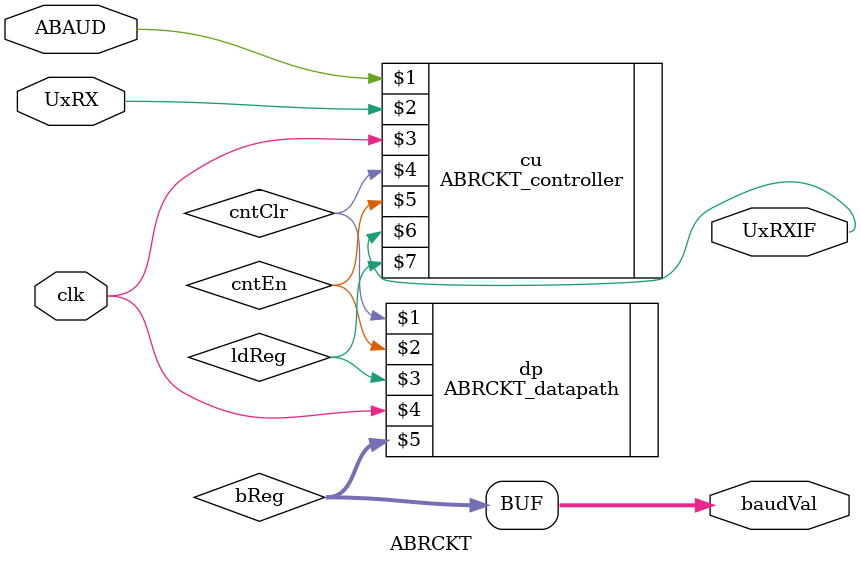
<source format=v>
module ABRCKT(
    input ABAUD, UxRX, clk,
    output UxRXIF,
    output [7:0] baudVal
);
    wire cntClr, cntEn, ldReg;
    wire [7:0] bReg;

    ABRCKT_datapath dp(cntClr, cntEn, ldReg, clk, bReg);
    ABRCKT_controller cu(ABAUD, UxRX, clk, cntClr, cntEn, UxRXIF, ldReg);

    assign baudVal = bReg;
endmodule

</source>
